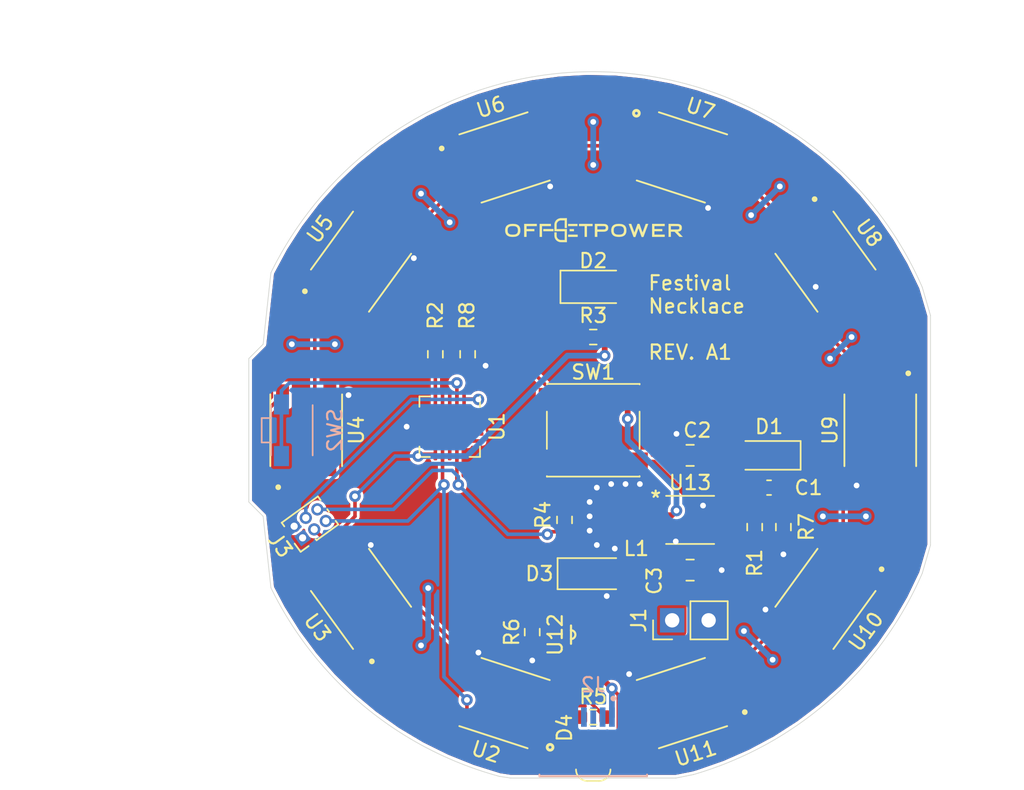
<source format=kicad_pcb>
(kicad_pcb (version 20211014) (generator pcbnew)
  (layers (0 "F.Cu" signal) (31 "B.Cu" signal) (34 "B.Paste" user) (35 "F.Paste" user) (36 "B.SilkS" user "B.Silkscreen") (37 "F.SilkS" user "F.Silkscreen") (38 "B.Mask" user) (39 "F.Mask" user) (44 "Edge.Cuts" user))
  (net 0 "")
  (net 1 "VCC")
  (net 2 "GND")
  (net 3 "~{RESET}")
  (net 4 "IR_RX-CLK")
  (net 5 "PWR_EN")
  (net 6 "Net-(U1-Pad3)")
  (net 7 "BTTN")
  (net 8 "LED_DO-MISO")
  (net 9 "IR_TX-MOSI")
  (net 10 "Net-(U2-Pad2)")
  (net 11 "Net-(U3-Pad2)")
  (net 12 "Net-(U4-Pad2)")
  (net 13 "Net-(U5-Pad2)")
  (net 14 "Net-(U1-Pad20)")
  (net 15 "Net-(U1-Pad19)")
  (net 16 "Net-(U1-Pad18)")
  (net 17 "Net-(U1-Pad17)")
  (net 18 "Net-(U1-Pad16)")
  (net 19 "Net-(U1-Pad13)")
  (net 20 "Net-(U1-Pad10)")
  (net 21 "Net-(U1-Pad9)")
  (net 22 "Net-(U1-Pad7)")
  (net 23 "Net-(U1-Pad6)")
  (net 24 "Net-(U1-Pad4)")
  (net 25 "Net-(D2-Pad1)")
  (net 26 "VBAT")
  (net 27 "Net-(R5-Pad2)")
  (net 28 "Net-(R6-Pad2)")
  (net 29 "Net-(D4-Pad2)")
  (net 30 "Net-(D4-Pad1)")
  (net 31 "Net-(J2-Pad3)")
  (net 32 "Net-(J2-Pad2)")
  (net 33 "Net-(J2-Pad4)")
  (net 34 "LED_DO5")
  (net 35 "Net-(U7-Pad2)")
  (net 36 "Net-(U8-Pad2)")
  (net 37 "Net-(U10-Pad4)")
  (net 38 "Net-(U10-Pad2)")
  (net 39 "Net-(U11-Pad2)")
  (net 40 "Net-(C1-Pad1)")
  (net 41 "Net-(C1-Pad2)")
  (net 42 "EN")
  (net 43 "Net-(L1-Pad2)")
  (net 44 "Net-(U13-Pad6)")
  (footprint "LED_SMD:LED_1206_3216Metric" (layer "F.Cu") (at 100 90)
    (fp_text reference "D2" (at 0 -1.82) (layer "F.SilkS"))
    (fp_text value "LED")
    (pad "1" smd roundrect locked (at -1.4 0) (size 1.25 1.75) (layers "F.Cu" "F.Paste" "F.Mask") (roundrect_rratio 0.2) (net 25 "Net-(D2-Pad1)"))
    (pad "2" smd roundrect locked (at 1.4 0) (size 1.25 1.75) (layers "F.Cu" "F.Paste" "F.Mask") (roundrect_rratio 0.2) (net 1 "VCC"))
  )
  (footprint "LED_SMD:LED_1206_3216Metric_Castellated" (layer "F.Cu") (at 100 110)
    (fp_text reference "D3" (at -3.75 0) (layer "F.SilkS"))
    (fp_text value "D_Photo")
    (pad "1" smd roundrect locked (at -1.425 0) (size 1.6 1.65) (layers "F.Cu" "F.Paste" "F.Mask") (roundrect_rratio 0.15625) (net 1 "VCC"))
    (pad "2" smd roundrect locked (at 1.425 0) (size 1.6 1.65) (layers "F.Cu" "F.Paste" "F.Mask") (roundrect_rratio 0.15625) (net 4 "IR_RX-CLK"))
  )
  (footprint "FestivalNecklace:APA3010SECK" (layer "F.Cu") (at 100 122.75)
    (fp_text reference "D4" (at -2 -2 270) (layer "F.SilkS"))
    (fp_text value "LED")
    (pad "" smd rect locked (at 0 -0.65) (size 0.9 0.9) (layers "F.Cu" "F.Paste" "F.Mask"))
    (pad "1" smd rect locked (at -1.75 0) (size 1.5 1.5) (layers "F.Cu" "F.Paste" "F.Mask") (net 30 "Net-(D4-Pad1)"))
    (pad "2" smd rect locked (at 1.75 0) (size 1.5 1.5) (layers "F.Cu" "F.Paste" "F.Mask") (net 29 "Net-(D4-Pad2)"))
  )
  (footprint "Connector_PinHeader_1.00mm:PinHeader_2x03_P1.00mm_Vertical" (layer "F.Cu") (at 79.75 107.5 126)
    (fp_text reference "J3" (at 0.5 -1.56 126) (layer "F.SilkS"))
    (fp_text value "Conn_02x03_Odd_Even")
    (pad "1" thru_hole rect locked (at 0 0 126) (size 0.85 0.85) (drill 0.5) (layers *.Cu *.Mask) (net 1 "VCC"))
    (pad "2" thru_hole oval locked (at 1 0 126) (size 0.85 0.85) (drill 0.5) (layers *.Cu *.Mask) (net 2 "GND"))
    (pad "3" thru_hole oval locked (at 0 1 126) (size 0.85 0.85) (drill 0.5) (layers *.Cu *.Mask) (net 9 "IR_TX-MOSI"))
    (pad "4" thru_hole oval locked (at 1 1 126) (size 0.85 0.85) (drill 0.5) (layers *.Cu *.Mask) (net 3 "~{RESET}"))
    (pad "5" thru_hole oval locked (at 0 2 126) (size 0.85 0.85) (drill 0.5) (layers *.Cu *.Mask) (net 8 "LED_DO-MISO"))
    (pad "6" thru_hole oval locked (at 1 2 126) (size 0.85 0.85) (drill 0.5) (layers *.Cu *.Mask) (net 4 "IR_RX-CLK"))
  )
  (footprint "Resistor_SMD:R_0603_1608Metric" (layer "F.Cu") (at 100 93.5 180)
    (fp_text reference "R3" (at 0 1.5) (layer "F.SilkS"))
    (fp_text value "50")
    (pad "1" smd roundrect locked (at -0.825 0 180) (size 0.8 0.95) (layers "F.Cu" "F.Paste" "F.Mask") (net 9 "IR_TX-MOSI"))
    (pad "2" smd roundrect locked (at 0.825 0 180) (size 0.8 0.95) (layers "F.Cu" "F.Paste" "F.Mask") (net 25 "Net-(D2-Pad1)"))
  )
  (footprint "Resistor_SMD:R_0603_1608Metric" (layer "F.Cu") (at 98 106.25 -90)
    (fp_text reference "R4" (at -0.35 1.5 90) (layer "F.SilkS"))
    (fp_text value "470k")
    (pad "1" smd roundrect locked (at -0.825 0 270) (size 0.8 0.95) (layers "F.Cu" "F.Paste" "F.Mask") (net 2 "GND"))
    (pad "2" smd roundrect locked (at 0.825 0 270) (size 0.8 0.95) (layers "F.Cu" "F.Paste" "F.Mask") (net 4 "IR_RX-CLK"))
  )
  (footprint "Resistor_SMD:R_0603_1608Metric" (layer "F.Cu") (at 95.75 114.075 90)
    (fp_text reference "R6" (at 0 -1.43 90) (layer "F.SilkS"))
    (fp_text value "4.7k")
    (pad "1" smd roundrect locked (at -0.825 0 90) (size 0.8 0.95) (layers "F.Cu" "F.Paste" "F.Mask") (net 2 "GND"))
    (pad "2" smd roundrect locked (at 0.825 0 90) (size 0.8 0.95) (layers "F.Cu" "F.Paste" "F.Mask") (net 28 "Net-(R6-Pad2)"))
  )
  (footprint "FestivalNecklace:TL3301NF260QG" (layer "F.Cu") (at 100 100)
    (fp_text reference "SW1" (at 0 -4.05) (layer "F.SilkS"))
    (fp_text value "SW_Push_Dual")
    (pad "1" smd rect locked (at 2.4075 -2.25) (size 2.785 1.4) (layers "F.Cu" "F.Paste" "F.Mask") (net 42 "EN"))
    (pad "1" smd rect locked (at -2.4075 -2.25) (size 2.785 1.4) (layers "F.Cu" "F.Paste" "F.Mask") (net 42 "EN"))
    (pad "2" smd rect locked (at -2.4075 2.25) (size 2.785 1.4) (layers "F.Cu" "F.Paste" "F.Mask") (net 26 "VBAT"))
    (pad "2" smd rect locked (at 2.4075 2.25) (size 2.785 1.4) (layers "F.Cu" "F.Paste" "F.Mask") (net 26 "VBAT"))
  )
  (footprint "Package_DFN_QFN:QFN-20-1EP_4x4mm_P0.5mm_EP2.6x2.6mm" (layer "F.Cu") (at 90 99.75 -90)
    (fp_text reference "U1" (at 0 -3.3 90) (layer "F.SilkS"))
    (fp_text value "ATtiny45V-10MU")
    (pad "1" smd roundrect locked (at -1.925 -1 270) (size 0.85 0.25) (layers "F.Cu" "F.Paste" "F.Mask") (net 3 "~{RESET}"))
    (pad "2" smd roundrect locked (at -1.925 -0.5 270) (size 0.85 0.25) (layers "F.Cu" "F.Paste" "F.Mask") (net 7 "BTTN"))
    (pad "3" smd roundrect locked (at -1.925 0 270) (size 0.85 0.25) (layers "F.Cu" "F.Paste" "F.Mask") (net 6 "Net-(U1-Pad3)"))
    (pad "4" smd roundrect locked (at -1.925 0.5 270) (size 0.85 0.25) (layers "F.Cu" "F.Paste" "F.Mask") (net 24 "Net-(U1-Pad4)"))
    (pad "5" smd roundrect locked (at -1.925 1 270) (size 0.85 0.25) (layers "F.Cu" "F.Paste" "F.Mask") (net 5 "PWR_EN"))
    (pad "6" smd roundrect locked (at -1 1.925 270) (size 0.25 0.85) (layers "F.Cu" "F.Paste" "F.Mask") (net 23 "Net-(U1-Pad6)"))
    (pad "7" smd roundrect locked (at -0.5 1.925 270) (size 0.25 0.85) (layers "F.Cu" "F.Paste" "F.Mask") (net 22 "Net-(U1-Pad7)"))
    (pad "8" smd roundrect locked (at 0 1.925 270) (size 0.25 0.85) (layers "F.Cu" "F.Paste" "F.Mask") (net 2 "GND"))
    (pad "9" smd roundrect locked (at 0.5 1.925 270) (size 0.25 0.85) (layers "F.Cu" "F.Paste" "F.Mask") (net 21 "Net-(U1-Pad9)"))
    (pad "10" smd roundrect locked (at 1 1.925 270) (size 0.25 0.85) (layers "F.Cu" "F.Paste" "F.Mask") (net 20 "Net-(U1-Pad10)"))
    (pad "11" smd roundrect locked (at 1.925 1 270) (size 0.85 0.25) (layers "F.Cu" "F.Paste" "F.Mask") (net 9 "IR_TX-MOSI"))
    (pad "12" smd roundrect locked (at 1.925 0.5 270) (size 0.85 0.25) (layers "F.Cu" "F.Paste" "F.Mask") (net 8 "LED_DO-MISO"))
    (pad "13" smd roundrect locked (at 1.925 0 270) (size 0.85 0.25) (layers "F.Cu" "F.Paste" "F.Mask") (net 19 "Net-(U1-Pad13)"))
    (pad "14" smd roundrect locked (at 1.925 -0.5 270) (size 0.85 0.25) (layers "F.Cu" "F.Paste" "F.Mask") (net 4 "IR_RX-CLK"))
    (pad "15" smd roundrect locked (at 1.925 -1 270) (size 0.85 0.25) (layers "F.Cu" "F.Paste" "F.Mask") (net 1 "VCC"))
    (pad "16" smd roundrect locked (at 1 -1.925 270) (size 0.25 0.85) (layers "F.Cu" "F.Paste" "F.Mask") (net 18 "Net-(U1-Pad16)"))
    (pad "17" smd roundrect locked (at 0.5 -1.925 270) (size 0.25 0.85) (layers "F.Cu" "F.Paste" "F.Mask") (net 17 "Net-(U1-Pad17)"))
    (pad "18" smd roundrect locked (at 0 -1.925 270) (size 0.25 0.85) (layers "F.Cu" "F.Paste" "F.Mask") (net 16 "Net-(U1-Pad18)"))
    (pad "19" smd roundrect locked (at -0.5 -1.925 270) (size 0.25 0.85) (layers "F.Cu" "F.Paste" "F.Mask") (net 15 "Net-(U1-Pad19)"))
    (pad "20" smd roundrect locked (at -1 -1.925 270) (size 0.25 0.85) (layers "F.Cu" "F.Paste" "F.Mask") (net 14 "Net-(U1-Pad20)"))
    (pad "21" smd rect locked (at 0 0 270) (size 2.6 2.6) (layers "F.Cu" "F.Mask") (net 2 "GND"))
  )
  (footprint "FestivalNecklace:LED_WS2812B-B" (layer "F.Cu") (at 93.8197 119.0211 162)
    (fp_text reference "U2" (at 0.175 -3.635 162) (layer "F.SilkS"))
    (fp_text value "WS2812B-B")
    (pad "1" smd rect locked (at -2.45 -1.65 162) (size 1.5 0.9) (layers "F.Cu" "F.Paste" "F.Mask") (net 1 "VCC"))
    (pad "2" smd rect locked (at -2.45 1.65 162) (size 1.5 0.9) (layers "F.Cu" "F.Paste" "F.Mask") (net 10 "Net-(U2-Pad2)"))
    (pad "3" smd rect locked (at 2.45 1.65 162) (size 1.5 0.9) (layers "F.Cu" "F.Paste" "F.Mask") (net 2 "GND"))
    (pad "4" smd rect locked (at 2.45 -1.65 162) (size 1.5 0.9) (layers "F.Cu" "F.Paste" "F.Mask") (net 8 "LED_DO-MISO"))
  )
  (footprint "FestivalNecklace:LED_WS2812B-B" (layer "F.Cu") (at 83.8197 111.7557 126)
    (fp_text reference "U3" (at 0.175 -3.635 126) (layer "F.SilkS"))
    (fp_text value "WS2812B-B")
    (pad "1" smd rect locked (at -2.45 -1.65 126) (size 1.5 0.9) (layers "F.Cu" "F.Paste" "F.Mask") (net 1 "VCC"))
    (pad "2" smd rect locked (at -2.45 1.65 126) (size 1.5 0.9) (layers "F.Cu" "F.Paste" "F.Mask") (net 11 "Net-(U3-Pad2)"))
    (pad "3" smd rect locked (at 2.45 1.65 126) (size 1.5 0.9) (layers "F.Cu" "F.Paste" "F.Mask") (net 2 "GND"))
    (pad "4" smd rect locked (at 2.45 -1.65 126) (size 1.5 0.9) (layers "F.Cu" "F.Paste" "F.Mask") (net 10 "Net-(U2-Pad2)"))
  )
  (footprint "FestivalNecklace:LED_WS2812B-B" (layer "F.Cu") (at 80 100 90)
    (fp_text reference "U4" (at 0 3.5 90) (layer "F.SilkS"))
    (fp_text value "WS2812B-B")
    (pad "1" smd rect locked (at -2.45 -1.65 90) (size 1.5 0.9) (layers "F.Cu" "F.Paste" "F.Mask") (net 1 "VCC"))
    (pad "2" smd rect locked (at -2.45 1.65 90) (size 1.5 0.9) (layers "F.Cu" "F.Paste" "F.Mask") (net 12 "Net-(U4-Pad2)"))
    (pad "3" smd rect locked (at 2.45 1.65 90) (size 1.5 0.9) (layers "F.Cu" "F.Paste" "F.Mask") (net 2 "GND"))
    (pad "4" smd rect locked (at 2.45 -1.65 90) (size 1.5 0.9) (layers "F.Cu" "F.Paste" "F.Mask") (net 11 "Net-(U3-Pad2)"))
  )
  (footprint "FestivalNecklace:LED_WS2812B-B" (layer "F.Cu") (at 83.8197 88.2443 54)
    (fp_text reference "U5" (at 0.175 -3.635 54) (layer "F.SilkS"))
    (fp_text value "WS2812B-B")
    (pad "1" smd rect locked (at -2.45 -1.65 54) (size 1.5 0.9) (layers "F.Cu" "F.Paste" "F.Mask") (net 1 "VCC"))
    (pad "2" smd rect locked (at -2.45 1.65 54) (size 1.5 0.9) (layers "F.Cu" "F.Paste" "F.Mask") (net 13 "Net-(U5-Pad2)"))
    (pad "3" smd rect locked (at 2.45 1.65 54) (size 1.5 0.9) (layers "F.Cu" "F.Paste" "F.Mask") (net 2 "GND"))
    (pad "4" smd rect locked (at 2.45 -1.65 54) (size 1.5 0.9) (layers "F.Cu" "F.Paste" "F.Mask") (net 12 "Net-(U4-Pad2)"))
  )
  (footprint "FestivalNecklace:LED_WS2812B-B" (layer "F.Cu") (at 93.8197 80.9789 18)
    (fp_text reference "U6" (at 0.175 -3.635 18) (layer "F.SilkS"))
    (fp_text value "WS2812B-B")
    (pad "1" smd rect locked (at -2.45 -1.65 18) (size 1.5 0.9) (layers "F.Cu" "F.Paste" "F.Mask") (net 1 "VCC"))
    (pad "2" smd rect locked (at -2.45 1.65 18) (size 1.5 0.9) (layers "F.Cu" "F.Paste" "F.Mask") (net 34 "LED_DO5"))
    (pad "3" smd rect locked (at 2.45 1.65 18) (size 1.5 0.9) (layers "F.Cu" "F.Paste" "F.Mask") (net 2 "GND"))
    (pad "4" smd rect locked (at 2.45 -1.65 18) (size 1.5 0.9) (layers "F.Cu" "F.Paste" "F.Mask") (net 13 "Net-(U5-Pad2)"))
  )
  (footprint "FestivalNecklace:LED_WS2812B-B" (layer "F.Cu") (at 106.1803 80.9789 -18)
    (fp_text reference "U7" (at 0.175 -3.635 162) (layer "F.SilkS"))
    (fp_text value "WS2812B-B")
    (pad "1" smd rect locked (at -2.45 -1.65 342) (size 1.5 0.9) (layers "F.Cu" "F.Paste" "F.Mask") (net 1 "VCC"))
    (pad "2" smd rect locked (at -2.45 1.65 342) (size 1.5 0.9) (layers "F.Cu" "F.Paste" "F.Mask") (net 35 "Net-(U7-Pad2)"))
    (pad "3" smd rect locked (at 2.45 1.65 342) (size 1.5 0.9) (layers "F.Cu" "F.Paste" "F.Mask") (net 2 "GND"))
    (pad "4" smd rect locked (at 2.45 -1.65 342) (size 1.5 0.9) (layers "F.Cu" "F.Paste" "F.Mask") (net 34 "LED_DO5"))
  )
  (footprint "FestivalNecklace:LED_WS2812B-B" (layer "F.Cu") (at 116.1803 88.2443 -54)
    (fp_text reference "U8" (at 0.175 -3.635 126) (layer "F.SilkS"))
    (fp_text value "WS2812B-B")
    (pad "1" smd rect locked (at -2.45 -1.65 306) (size 1.5 0.9) (layers "F.Cu" "F.Paste" "F.Mask") (net 1 "VCC"))
    (pad "2" smd rect locked (at -2.45 1.65 306) (size 1.5 0.9) (layers "F.Cu" "F.Paste" "F.Mask") (net 36 "Net-(U8-Pad2)"))
    (pad "3" smd rect locked (at 2.45 1.65 306) (size 1.5 0.9) (layers "F.Cu" "F.Paste" "F.Mask") (net 2 "GND"))
    (pad "4" smd rect locked (at 2.45 -1.65 306) (size 1.5 0.9) (layers "F.Cu" "F.Paste" "F.Mask") (net 35 "Net-(U7-Pad2)"))
  )
  (footprint "FestivalNecklace:LED_WS2812B-B" (layer "F.Cu") (at 120 100 -90)
    (fp_text reference "U9" (at 0 3.5 90) (layer "F.SilkS"))
    (fp_text value "WS2812B-B")
    (pad "1" smd rect locked (at -2.45 -1.65 270) (size 1.5 0.9) (layers "F.Cu" "F.Paste" "F.Mask") (net 1 "VCC"))
    (pad "2" smd rect locked (at -2.45 1.65 270) (size 1.5 0.9) (layers "F.Cu" "F.Paste" "F.Mask") (net 37 "Net-(U10-Pad4)"))
    (pad "3" smd rect locked (at 2.45 1.65 270) (size 1.5 0.9) (layers "F.Cu" "F.Paste" "F.Mask") (net 2 "GND"))
    (pad "4" smd rect locked (at 2.45 -1.65 270) (size 1.5 0.9) (layers "F.Cu" "F.Paste" "F.Mask") (net 36 "Net-(U8-Pad2)"))
  )
  (footprint "FestivalNecklace:LED_WS2812B-B" (layer "F.Cu") (at 116.1803 111.7557 -126)
    (fp_text reference "U10" (at 0.175 -3.635 54) (layer "F.SilkS"))
    (fp_text value "WS2812B-B")
    (pad "1" smd rect locked (at -2.45 -1.65 234) (size 1.5 0.9) (layers "F.Cu" "F.Paste" "F.Mask") (net 1 "VCC"))
    (pad "2" smd rect locked (at -2.45 1.65 234) (size 1.5 0.9) (layers "F.Cu" "F.Paste" "F.Mask") (net 38 "Net-(U10-Pad2)"))
    (pad "3" smd rect locked (at 2.45 1.65 234) (size 1.5 0.9) (layers "F.Cu" "F.Paste" "F.Mask") (net 2 "GND"))
    (pad "4" smd rect locked (at 2.45 -1.65 234) (size 1.5 0.9) (layers "F.Cu" "F.Paste" "F.Mask") (net 37 "Net-(U10-Pad4)"))
  )
  (footprint "FestivalNecklace:LED_WS2812B-B" (layer "F.Cu") (at 106.1803 119.0211 -162)
    (fp_text reference "U11" (at 0.175 -3.635 18) (layer "F.SilkS"))
    (fp_text value "WS2812B-B")
    (pad "1" smd rect locked (at -2.45 -1.65 198) (size 1.5 0.9) (layers "F.Cu" "F.Paste" "F.Mask") (net 1 "VCC"))
    (pad "2" smd rect locked (at -2.45 1.65 198) (size 1.5 0.9) (layers "F.Cu" "F.Paste" "F.Mask") (net 39 "Net-(U11-Pad2)"))
    (pad "3" smd rect locked (at 2.45 1.65 198) (size 1.5 0.9) (layers "F.Cu" "F.Paste" "F.Mask") (net 2 "GND"))
    (pad "4" smd rect locked (at 2.45 -1.65 198) (size 1.5 0.9) (layers "F.Cu" "F.Paste" "F.Mask") (net 38 "Net-(U10-Pad2)"))
  )
  (footprint "FestivalNecklace:SOT95P270X145-5N" (layer "F.Cu") (at 100 114.25 90)
    (fp_text reference "U12" (at 0 -2.65 90) (layer "F.SilkS"))
    (fp_text value "MCP73832T-2ACI_OT")
    (pad "1" smd rect locked (at -1.3716 -0.9398 90) (size 1.3208 0.5588) (layers "F.Cu" "F.Paste" "F.Mask") (net 27 "Net-(R5-Pad2)"))
    (pad "2" smd rect locked (at -1.3716 0 90) (size 1.3208 0.5588) (layers "F.Cu" "F.Paste" "F.Mask") (net 29 "Net-(D4-Pad2)"))
    (pad "3" smd rect locked (at -1.3716 0.9398 90) (size 1.3208 0.5588) (layers "F.Cu" "F.Paste" "F.Mask") (net 26 "VBAT"))
    (pad "4" smd rect locked (at 1.3716 0.9398 90) (size 1.3208 0.5588) (layers "F.Cu" "F.Paste" "F.Mask") (net 2 "GND"))
    (pad "5" smd rect locked (at 1.3716 -0.9398 90) (size 1.3208 0.5588) (layers "F.Cu" "F.Paste" "F.Mask") (net 28 "Net-(R6-Pad2)"))
  )
  (footprint "Connector_PinHeader_2.54mm:PinHeader_1x02_P2.54mm_Vertical" (layer "F.Cu") (at 105.5 113.25 90)
    (fp_text reference "J1" (at 0 -2.33 90) (layer "F.SilkS"))
    (fp_text value "Conn_01x02")
    (pad "1" thru_hole rect locked (at 0 0 90) (size 1.7 1.7) (drill 1) (layers *.Cu *.Mask) (net 26 "VBAT"))
    (pad "2" thru_hole oval locked (at 0 2.54 90) (size 1.7 1.7) (drill 1) (layers *.Cu *.Mask) (net 2 "GND"))
  )
  (footprint "Resistor_SMD:R_0603_1608Metric" (layer "F.Cu") (at 111.25 106.75 90)
    (fp_text reference "R1" (at -2.5 0 90) (layer "F.SilkS"))
    (fp_text value "750k")
    (pad "1" smd roundrect locked (at -0.825 0 90) (size 0.8 0.95) (layers "F.Cu" "F.Paste" "F.Mask") (net 41 "Net-(C1-Pad2)"))
    (pad "2" smd roundrect locked (at 0.825 0 90) (size 0.8 0.95) (layers "F.Cu" "F.Paste" "F.Mask") (net 40 "Net-(C1-Pad1)"))
  )
  (footprint "Resistor_SMD:R_0603_1608Metric" (layer "F.Cu") (at 89 94.7 90)
    (fp_text reference "R2" (at 2.7 0 90) (layer "F.SilkS"))
    (fp_text value "1.5k")
    (pad "1" smd roundrect locked (at -0.825 0 90) (size 0.8 0.95) (layers "F.Cu" "F.Paste" "F.Mask") (net 5 "PWR_EN"))
    (pad "2" smd roundrect locked (at 0.825 0 90) (size 0.8 0.95) (layers "F.Cu" "F.Paste" "F.Mask") (net 42 "EN"))
  )
  (footprint "Resistor_SMD:R_0603_1608Metric" (layer "F.Cu") (at 113.25 106.75 90)
    (fp_text reference "R7" (at 0 1.6 90) (layer "F.SilkS"))
    (fp_text value "100k")
    (pad "1" smd roundrect locked (at -0.825 0 90) (size 0.8 0.95) (layers "F.Cu" "F.Paste" "F.Mask") (net 2 "GND"))
    (pad "2" smd roundrect locked (at 0.825 0 90) (size 0.8 0.95) (layers "F.Cu" "F.Paste" "F.Mask") (net 41 "Net-(C1-Pad2)"))
  )
  (footprint "Resistor_SMD:R_0603_1608Metric" (layer "F.Cu") (at 91.25 94.7 90)
    (fp_text reference "R8" (at 2.7 -0.05 90) (layer "F.SilkS"))
    (fp_text value "100k")
    (pad "1" smd roundrect locked (at -0.825 0 90) (size 0.8 0.95) (layers "F.Cu" "F.Paste" "F.Mask") (net 2 "GND"))
    (pad "2" smd roundrect locked (at 0.825 0 90) (size 0.8 0.95) (layers "F.Cu" "F.Paste" "F.Mask") (net 42 "EN"))
  )
  (footprint "FestivalNecklace:PAM2401SCADJ" (layer "F.Cu") (at 106.75 106.25)
    (fp_text reference "U13" (at 0 -2.6) (layer "F.SilkS"))
    (fp_text value "PAM2401SCADJ" hide)
    (fp_text user "*" (at -2.4 -1.5) (layer "F.SilkS"))
    (pad "1" smd rect locked (at -2.1209 -0.97536) (size 1.0414 0.381) (layers "F.Cu" "F.Paste" "F.Mask") (net 43 "Net-(L1-Pad2)"))
    (pad "2" smd rect locked (at -2.1209 -0.32512) (size 1.0414 0.381) (layers "F.Cu" "F.Paste" "F.Mask") (net 42 "EN"))
    (pad "3" smd rect locked (at -2.1209 0.32512) (size 1.0414 0.381) (layers "F.Cu" "F.Paste" "F.Mask") (net 26 "VBAT"))
    (pad "4" smd rect locked (at -2.1209 0.97536) (size 1.0414 0.381) (layers "F.Cu" "F.Paste" "F.Mask") (net 2 "GND"))
    (pad "5" smd rect locked (at 2.1209 0.97536) (size 1.0414 0.381) (layers "F.Cu" "F.Paste" "F.Mask") (net 41 "Net-(C1-Pad2)"))
    (pad "6" smd rect locked (at 2.1209 0.32512) (size 1.0414 0.381) (layers "F.Cu" "F.Paste" "F.Mask") (net 44 "Net-(U13-Pad6)"))
    (pad "7" smd rect locked (at 2.1209 -0.32512) (size 1.0414 0.381) (layers "F.Cu" "F.Paste" "F.Mask") (net 40 "Net-(C1-Pad1)"))
    (pad "8" smd rect locked (at 2.1209 -0.97536) (size 1.0414 0.381) (layers "F.Cu" "F.Paste" "F.Mask") (net 2 "GND"))
  )
  (footprint "Capacitor_SMD:C_0603_1608Metric" (layer "F.Cu") (at 112.25 104)
    (fp_text reference "C1" (at 2.75 0) (layer "F.SilkS"))
    (fp_text value "1n")
    (pad "1" smd roundrect locked (at -0.775 0) (size 0.9 0.95) (layers "F.Cu" "F.Paste" "F.Mask") (net 40 "Net-(C1-Pad1)"))
    (pad "2" smd roundrect locked (at 0.775 0) (size 0.9 0.95) (layers "F.Cu" "F.Paste" "F.Mask") (net 41 "Net-(C1-Pad2)"))
  )
  (footprint "Capacitor_SMD:C_0805_2012Metric" (layer "F.Cu") (at 106.75 101.75 180)
    (fp_text reference "C2" (at -0.5 1.75) (layer "F.SilkS"))
    (fp_text value "22uF")
    (pad "1" smd roundrect locked (at -0.95 0 180) (size 1 1.45) (layers "F.Cu" "F.Paste" "F.Mask") (net 40 "Net-(C1-Pad1)"))
    (pad "2" smd roundrect locked (at 0.95 0 180) (size 1 1.45) (layers "F.Cu" "F.Paste" "F.Mask") (net 2 "GND"))
  )
  (footprint "Capacitor_SMD:C_0805_2012Metric" (layer "F.Cu") (at 106.75 109.75)
    (fp_text reference "C3" (at -2.5 0.75 90) (layer "F.SilkS"))
    (fp_text value "10uF")
    (pad "1" smd roundrect locked (at -0.95 0) (size 1 1.45) (layers "F.Cu" "F.Paste" "F.Mask") (net 26 "VBAT"))
    (pad "2" smd roundrect locked (at 0.95 0) (size 1 1.45) (layers "F.Cu" "F.Paste" "F.Mask") (net 2 "GND"))
  )
  (footprint "Diode_SMD:D_SOD-123F" (layer "F.Cu") (at 112.25 101.75 180)
    (fp_text reference "D1" (at 0 2) (layer "F.SilkS"))
    (fp_text value "D_Schottky")
    (pad "1" smd rect locked (at -1.4 0 180) (size 1.1 1.1) (layers "F.Cu" "F.Paste" "F.Mask") (net 1 "VCC"))
    (pad "2" smd rect locked (at 1.4 0 180) (size 1.1 1.1) (layers "F.Cu" "F.Paste" "F.Mask") (net 40 "Net-(C1-Pad1)"))
  )
  (footprint "Resistor_SMD:R_0603_1608Metric" (layer "F.Cu") (at 100 120)
    (fp_text reference "R5" (at 0 -1.43) (layer "F.SilkS"))
    (fp_text value "1.5k")
    (pad "1" smd roundrect locked (at -0.825 0) (size 0.8 0.95) (layers "F.Cu" "F.Paste" "F.Mask") (net 30 "Net-(D4-Pad1)"))
    (pad "2" smd roundrect locked (at 0.825 0) (size 0.8 0.95) (layers "F.Cu" "F.Paste" "F.Mask") (net 27 "Net-(R5-Pad2)"))
  )
  (footprint "FestivalNecklace:NRS2012T2R2MGJ" (layer "F.Cu") (at 102 106.25 90)
    (fp_text reference "L1" (at -2 1 180) (layer "F.SilkS"))
    (fp_text value "2.2u" hide)
    (pad "1" smd rect locked (at -0.675 0 90) (size 0.6604 2.0066) (layers "F.Cu" "F.Paste" "F.Mask") (net 26 "VBAT"))
    (pad "2" smd rect locked (at 0.675 0 90) (size 0.6604 2.0066) (layers "F.Cu" "F.Paste" "F.Mask") (net 43 "Net-(L1-Pad2)"))
  )
  (footprint "FestivalNecklace:Offset_Logo_13.8_4.2mm" (layer "F.Cu") (at 100.05 86.05)
    (fp_text reference "G***" hide)
    (fp_text value "LOGO" hide)
  )
  (footprint "FestivalNecklace:AMPHENOL_10118192-0002LF" (layer "B.Cu") (at 100 120 180)
    (fp_text reference "J2" (at 0 2.25) (layer "B.SilkS") (effects (justify mirror)))
    (fp_text value "10118192-0002LF")
    (pad "1" smd rect locked (at -1.3 0 180) (size 0.4 1.35) (layers "B.Cu" "B.Paste" "B.Mask") (net 29 "Net-(D4-Pad2)"))
    (pad "2" smd rect locked (at -0.65 0 180) (size 0.4 1.35) (layers "B.Cu" "B.Paste" "B.Mask") (net 32 "Net-(J2-Pad2)"))
    (pad "3" smd rect locked (at 0 0 180) (size 0.4 1.35) (layers "B.Cu" "B.Paste" "B.Mask") (net 31 "Net-(J2-Pad3)"))
    (pad "4" smd rect locked (at 0.65 0 180) (size 0.4 1.35) (layers "B.Cu" "B.Paste" "B.Mask") (net 33 "Net-(J2-Pad4)"))
    (pad "5" smd rect locked (at 1.3 0 180) (size 0.4 1.35) (layers "B.Cu" "B.Paste" "B.Mask") (net 2 "GND"))
    (pad "S1" smd rect locked (at -3.1 -0.125 180) (size 2.1 1.6) (layers "B.Cu" "B.Paste" "B.Mask") (net 2 "GND"))
    (pad "S2" smd rect locked (at 3.1 -0.125 180) (size 2.1 1.6) (layers "B.Cu" "B.Paste" "B.Mask") (net 2 "GND"))
    (pad "S3" smd rect locked (at -3.8 -2.675 180) (size 1.8 1.9) (layers "B.Cu" "B.Paste" "B.Mask") (net 2 "GND"))
    (pad "S4" smd rect locked (at -1.2 -2.675 180) (size 1.9 1.9) (layers "B.Cu" "B.Paste" "B.Mask") (net 2 "GND"))
    (pad "S5" smd rect locked (at 1.2 -2.675 180) (size 1.9 1.9) (layers "B.Cu" "B.Paste" "B.Mask") (net 2 "GND"))
    (pad "S6" smd rect locked (at 3.8 -2.675 180) (size 1.8 1.9) (layers "B.Cu" "B.Paste" "B.Mask") (net 2 "GND"))
  )
  (footprint "FestivalNecklace:EVQ-P7C01P" (layer "B.Cu") (at 79 100 90)
    (fp_text reference "SW2" (at 0 3 90) (layer "B.SilkS") (effects (justify mirror)))
    (fp_text value "SW_Push_Dual" hide)
    (pad "1" smd rect locked (at -1.8 0.725 90) (size 1.4 1.05) (layers "B.Cu" "B.Paste" "B.Mask") (net 2 "GND"))
    (pad "1" smd rect locked (at 1.8 0.725 90) (size 1.4 1.05) (layers "B.Cu" "B.Paste" "B.Mask") (net 2 "GND"))
    (pad "2" smd rect locked (at -1.8 -0.725 90) (size 1.4 1.05) (layers "B.Cu" "B.Paste" "B.Mask") (net 7 "BTTN"))
    (pad "2" smd rect locked (at 1.8 -0.725 90) (size 1.4 1.05) (layers "B.Cu" "B.Paste" "B.Mask") (net 7 "BTTN"))
  )
  (gr_line (start 77.540392 89.019747) (end 77 94) (layer "Edge.Cuts") (width 0.05))
  (gr_line (start 77.540392 110.980253) (end 77 106) (layer "Edge.Cuts") (width 0.05))
  (gr_arc (start 93.464613 124.130658) (mid 84.081121 119.27665) (end 77.540392 110.980253) (layer "Edge.Cuts") (width 0.05))
  (gr_line (start 105.75 124.25) (end 107 124) (layer "Edge.Cuts") (width 0.05))
  (gr_line (start 122.926751 109.968153) (end 123.5 108) (layer "Edge.Cuts") (width 0.05))
  (gr_line (start 122.926751 90.031847) (end 123.5 92) (layer "Edge.Cuts") (width 0.05))
  (gr_line (start 93.464613 124.130658) (end 94.25 124.25) (layer "Edge.Cuts") (width 0.05))
  (gr_line (start 76 95) (end 77 94) (layer "Edge.Cuts") (width 0.05))
  (gr_line (start 76 105) (end 77 106) (layer "Edge.Cuts") (width 0.05))
  (gr_arc (start 122.926751 109.968153) (mid 116.526518 118.75831) (end 107 124) (layer "Edge.Cuts") (width 0.05))
  (gr_line (start 105.75 124.25) (end 94.25 124.25) (layer "Edge.Cuts") (width 0.05))
  (gr_arc (start 77.540392 89.019744) (mid 100.557354 75.006213) (end 122.926751 90.031847) (layer "Edge.Cuts") (width 0.05))
  (gr_line (start 123.5 108) (end 123.5 92) (layer "Edge.Cuts") (width 0.05))
  (gr_line (start 76 105) (end 76 95) (layer "Edge.Cuts") (width 0.05))
  (gr_text "Festival \nNecklace\n\nREV. A1" (at 103.75 92.15) (layer "F.SilkS") (effects (font (size 1 1)) (justify left)))
  (via (at 100 78.5) (size 0.8) (drill 0.4) (layers "F.Cu" "B.Cu") (net 1))
  (via (at 116.5 95) (size 0.8) (drill 0.4) (layers "F.Cu" "B.Cu") (net 1))
  (via (at 113 83) (size 0.8) (drill 0.4) (layers "F.Cu" "B.Cu") (net 1))
  (via (at 110.5 114) (size 0.8) (drill 0.4) (layers "F.Cu" "B.Cu") (net 1))
  (via (at 88.5 111) (size 0.8) (drill 0.4) (layers "F.Cu" "B.Cu") (net 1))
  (via (at 116 106) (size 0.8) (drill 0.4) (layers "F.Cu" "B.Cu") (net 1))
  (via (at 111 85) (size 0.8) (drill 0.4) (layers "F.Cu" "B.Cu") (net 1))
  (via (at 90 85.5) (size 0.8) (drill 0.4) (layers "F.Cu" "B.Cu") (net 1))
  (via (at 118 93.5) (size 0.8) (drill 0.4) (layers "F.Cu" "B.Cu") (net 1))
  (via (at 79 94) (size 0.8) (drill 0.4) (layers "F.Cu" "B.Cu") (net 1))
  (via (at 88 83.5) (size 0.8) (drill 0.4) (layers "F.Cu" "B.Cu") (net 1))
  (via (at 82 94) (size 0.8) (drill 0.4) (layers "F.Cu" "B.Cu") (net 1))
  (via (at 119 106) (size 0.8) (drill 0.4) (layers "F.Cu" "B.Cu") (net 1))
  (via (at 88 115) (size 0.8) (drill 0.4) (layers "F.Cu" "B.Cu") (net 1))
  (via (at 112.5 116) (size 0.8) (drill 0.4) (layers "F.Cu" "B.Cu") (net 1))
  (via (at 100 81.5) (size 0.8) (drill 0.4) (layers "F.Cu" "B.Cu") (net 1))
  (segment (start 88.5 111) (end 88.5 114.5) (width 0.4) (layer "B.Cu") (net 1))
  (segment (start 88.5 114.5) (end 88 115) (width 0.4) (layer "B.Cu") (net 1))
  (segment (start 116.5 95) (end 118 93.5) (width 0.4) (layer "B.Cu") (net 1))
  (segment (start 82 94) (end 79 94) (width 0.4) (layer "B.Cu") (net 1))
  (segment (start 110.5 114) (end 112.5 116) (width 0.4) (layer "B.Cu") (net 1))
  (segment (start 111 85) (end 113 83) (width 0.4) (layer "B.Cu") (net 1))
  (segment (start 100 81.5) (end 100 78.5) (width 0.4) (layer "B.Cu") (net 1))
  (segment (start 116 106) (end 119 106) (width 0.4) (layer "B.Cu") (net 1))
  (segment (start 90 85.5) (end 88 83.5) (width 0.4) (layer "B.Cu") (net 1))
  (segment (start 88.075 99.75) (end 90 99.75) (width 0.25) (layer "F.Cu") (net 2))
  (segment (start 83.714504 108.785496) (end 84.5 108) (width 0.4) (layer "F.Cu") (net 2))
  (segment (start 91.25 95.525) (end 92.475 95.525) (width 0.4) (layer "F.Cu") (net 2))
  (segment (start 108.00051 84.49949) (end 108 84.5) (width 0.4) (layer "F.Cu") (net 2))
  (segment (start 116.285496 90.785496) (end 115.5 90) (width 0.4) (layer "F.Cu") (net 2))
  (segment (start 96.659667 82.659667) (end 97 83) (width 0.4) (layer "F.Cu") (net 2))
  (segment (start 108.8709 105.27464) (end 107.67464 105.27464) (width 0.4) (layer "F.Cu") (net 2))
  (segment (start 103.340333 118.208948) (end 103.340333 117.840333) (width 0.4) (layer "F.Cu") (net 2))
  (segment (start 92.475 95.525) (end 92.5 95.5) (width 0.4) (layer "F.Cu") (net 2))
  (segment (start 112.267946 112.767946) (end 112 112.5) (width 0.4) (layer "F.Cu") (net 2))
  (segment (start 108.00051 83.305235) (end 108.00051 84.49949) (width 0.4) (layer "F.Cu") (net 2))
  (segment (start 116.285496 91.196237) (end 116.285496 90.785496) (width 0.4) (layer "F.Cu") (net 2))
  (segment (start 91.99949 116.694765) (end 91.99949 115.50051) (width 0.4) (layer "F.Cu") (net 2))
  (segment (start 100.9398 112.8784) (end 100.9398 111.560222) (width 0.4) (layer "F.Cu") (net 2))
  (segment (start 104.6291 107.22536) (end 105.22536 107.22536) (width 0.4) (layer "F.Cu") (net 2))
  (segment (start 107.67464 105.27464) (end 107.65 105.25) (width 0.4) (layer "F.Cu") (net 2))
  (segment (start 95.75 114.9) (end 95.75 116.050006) (width 0.4) (layer "F.Cu") (net 2))
  (segment (start 118.35 102.45) (end 118.35 103.85) (width 0.4) (layer "F.Cu") (net 2))
  (segment (start 86.732054 87.232054) (end 87.5 88) (width 0.4) (layer "F.Cu") (net 2))
  (segment (start 118.35 103.85) (end 118.350004 103.850004) (width 0.4) (layer "F.Cu") (net 2))
  (segment (start 108.949954 109.75) (end 108.949977 109.750023) (width 0.4) (layer "F.Cu") (net 2))
  (segment (start 105.8 100.250006) (end 105.799994 100.25) (width 0.4) (layer "F.Cu") (net 2))
  (segment (start 91.99949 115.50051) (end 92 115.5) (width 0.4) (layer "F.Cu") (net 2))
  (segment (start 105.8 101.75) (end 105.8 100.250006) (width 0.4) (layer "F.Cu") (net 2))
  (segment (start 103.340333 117.840333) (end 102.5 117) (width 0.4) (layer "F.Cu") (net 2))
  (segment (start 105.22536 107.22536) (end 105.75 107.75) (width 0.4) (layer "F.Cu") (net 2))
  (segment (start 100.9398 111.560222) (end 100.93982 111.560202) (width 0.4) (layer "F.Cu") (net 2))
  (segment (start 96.659667 81.791052) (end 96.659667 82.659667) (width 0.4) (layer "F.Cu") (net 2))
  (segment (start 107.7 109.75) (end 108.949954 109.75) (width 0.4) (layer "F.Cu") (net 2))
  (segment (start 86.594652 87.232054) (end 86.732054 87.232054) (width 0.4) (layer "F.Cu") (net 2))
  (segment (start 113.25 107.575) (end 113.25 108.65) (width 0.4) (layer "F.Cu") (net 2))
  (segment (start 83.714504 108.803763) (end 83.714504 108.785496) (width 0.4) (layer "F.Cu") (net 2))
  (segment (start 88.075 99.75) (end 87 99.75) (width 0.25) (layer "F.Cu") (net 2))
  (segment (start 113.405348 112.767946) (end 112.267946 112.767946) (width 0.4) (layer "F.Cu") (net 2))
  (segment (start 81.65 97.55) (end 82.949942 97.55) (width 0.4) (layer "F.Cu") (net 2))
  (via (at 101.5 108.25) (size 0.8) (drill 0.4) (layers "F.Cu" "B.Cu") (net 2))
  (via (at 100.25 108) (size 0.8) (drill 0.4) (layers "F.Cu" "B.Cu") (net 2))
  (via (at 100.25 104) (size 0.8) (drill 0.4) (layers "F.Cu" "B.Cu") (net 2))
  (via (at 105.75 107.75) (size 0.8) (drill 0.4) (layers "F.Cu" "B.Cu") (net 2))
  (via (at 99.75 106) (size 0.8) (drill 0.4) (layers "F.Cu" "B.Cu") (net 2))
  (via (at 113.25 108.65) (size 0.8) (drill 0.4) (layers "F.Cu" "B.Cu") (net 2))
  (via (at 97 83) (size 0.8) (drill 0.4) (layers "F.Cu" "B.Cu") (net 2))
  (via (at 92 115.5) (size 0.8) (drill 0.4) (layers "F.Cu" "B.Cu") (net 2))
  (via (at 95.75 116.050006) (size 0.8) (drill 0.4) (layers "F.Cu" "B.Cu") (net 2))
  (via (at 108.949977 109.750023) (size 0.8) (drill 0.4) (layers "F.Cu" "B.Cu") (net 2))
  (via (at 118.350004 103.850004) (size 0.8) (drill 0.4) (layers "F.Cu" "B.Cu") (net 2))
  (via (at 115.5 90) (size 0.8) (drill 0.4) (layers "F.Cu" "B.Cu") (net 2))
  (via (at 87 99.75) (size 0.8) (drill 0.4) (layers "F.Cu" "B.Cu") (net 2))
  (via (at 92.5 95.5) (size 0.8) (drill 0.4) (layers "F.Cu" "B.Cu") (net 2))
  (via (at 101.25 103.75) (size 0.8) (drill 0.4) (layers "F.Cu" "B.Cu") (net 2))
  (via (at 102.5 117) (size 0.8) (drill 0.4) (layers "F.Cu" "B.Cu") (net 2))
  (via (at 99.75 107) (size 0.8) (drill 0.4) (layers "F.Cu" "B.Cu") (net 2))
  (via (at 107.65 105.25) (size 0.8) (drill 0.4) (layers "F.Cu" "B.Cu") (net 2))
  (via (at 102.25 103.75) (size 0.8) (drill 0.4) (layers "F.Cu" "B.Cu") (net 2))
  (via (at 103.25 103.75) (size 0.8) (drill 0.4) (layers "F.Cu" "B.Cu") (net 2))
  (via (at 82.949942 97.55) (size 0.8) (drill 0.4) (layers "F.Cu" "B.Cu") (net 2))
  (via (at 105.799994 100.25) (size 0.8) (drill 0.4) (layers "F.Cu" "B.Cu") (net 2))
  (via (at 112 112.5) (size 0.8) (drill 0.4) (layers "F.Cu" "B.Cu") (net 2))
  (via (at 99.75 105) (size 0.8) (drill 0.4) (layers "F.Cu" "B.Cu") (net 2))
  (via (at 84.5 108) (size 0.8) (drill 0.4) (layers "F.Cu" "B.Cu") (net 2))
  (via (at 100.93982 111.560202) (size 0.8) (drill 0.4) (layers "F.Cu" "B.Cu") (net 2))
  (via (at 108 84.5) (size 0.8) (drill 0.4) (layers "F.Cu" "B.Cu") (net 2))
  (via (at 87.5 88) (size 0.8) (drill 0.4) (layers "F.Cu" "B.Cu") (net 2))
  (segment (start 79.725 101.8) (end 79.725 98.2) (width 0.25) (layer "B.Cu") (net 2))
  (segment (start 91 97.825) (end 91.975 97.825) (width 0.25) (layer "F.Cu") (net 3))
  (segment (start 91.975 97.825) (end 92 97.85) (width 0.25) (layer "F.Cu") (net 3))
  (via (at 92 97.85) (size 0.8) (drill 0.4) (layers "F.Cu" "B.Cu") (net 3))
  (segment (start 79.971232 105.214428) (end 87.33566 97.85) (width 0.25) (layer "B.Cu") (net 3))
  (segment (start 87.33566 97.85) (end 92 97.85) (width 0.25) (layer "B.Cu") (net 3))
  (segment (start 79.971232 106.103198) (end 79.971232 105.214428) (width 0.25) (layer "B.Cu") (net 3))
  (segment (start 96.975 107.075) (end 96.8 107.25) (width 0.25) (layer "F.Cu") (net 4))
  (segment (start 90.5 103.700004) (end 90.599996 103.8) (width 0.25) (layer "F.Cu") (net 4))
  (segment (start 100 109.15) (end 100 109.75) (width 0.25) (layer "F.Cu") (net 4))
  (segment (start 99.5 108.65) (end 100 109.15) (width 0.25) (layer "F.Cu") (net 4))
  (segment (start 98 107.075) (end 96.975 107.075) (width 0.25) (layer "F.Cu") (net 4))
  (segment (start 100 109.75) (end 100.25 110) (width 0.25) (layer "F.Cu") (net 4))
  (segment (start 98 108.25) (end 98.4 108.65) (width 0.25) (layer "F.Cu") (net 4))
  (segment (start 100.25 110) (end 101.425 110) (width 0.25) (layer "F.Cu") (net 4))
  (segment (start 90.5 101.675) (end 90.5 103.700004) (width 0.25) (layer "F.Cu") (net 4))
  (segment (start 98 107.075) (end 98 108.25) (width 0.25) (layer "F.Cu") (net 4))
  (segment (start 98.4 108.65) (end 99.5 108.65) (width 0.25) (layer "F.Cu") (net 4))
  (via (at 90.599996 103.8) (size 0.8) (drill 0.4) (layers "F.Cu" "B.Cu") (net 4))
  (via (at 96.8 107.25) (size 0.8) (drill 0.4) (layers "F.Cu" "B.Cu") (net 4))
  (segment (start 86.084587 105.515413) (end 88.8 102.8) (width 0.25) (layer "B.Cu") (net 4))
  (segment (start 90.599996 103.234315) (end 90.599996 103.8) (width 0.25) (layer "B.Cu") (net 4))
  (segment (start 90.165681 102.8) (end 90.599996 103.234315) (width 0.25) (layer "B.Cu") (net 4))
  (segment (start 88.8 102.8) (end 90.165681 102.8) (width 0.25) (layer "B.Cu") (net 4))
  (segment (start 90.599996 103.8) (end 94.049996 107.25) (width 0.25) (layer "B.Cu") (net 4))
  (segment (start 94.049996 107.25) (end 96.8 107.25) (width 0.25) (layer "B.Cu") (net 4))
  (segment (start 80.780249 105.515413) (end 86.084587 105.515413) (width 0.25) (layer "B.Cu") (net 4))
  (segment (start 89 97.825) (end 89 95.525) (width 0.25) (layer "F.Cu") (net 5))
  (segment (start 90.5 97.825) (end 90.5 96.7) (width 0.25) (layer "F.Cu") (net 7))
  (segment (start 90.5 96.7) (end 90.499993 96.699993) (width 0.25) (layer "F.Cu") (net 7))
  (via (at 90.499993 96.699993) (size 0.8) (drill 0.4) (layers "F.Cu" "B.Cu") (net 7))
  (segment (start 78.275 97.25) (end 78.825007 96.699993) (width 0.25) (layer "B.Cu") (net 7))
  (segment (start 78.275 98.2) (end 78.275 97.25) (width 0.25) (layer "B.Cu") (net 7))
  (segment (start 78.275 98.2) (end 78.275 101.8) (width 0.25) (layer "B.Cu") (net 7))
  (segment (start 78.825007 96.699993) (end 90.499993 96.699993) (width 0.25) (layer "B.Cu") (net 7))
  (segment (start 89.5 103.700007) (end 89.599993 103.8) (width 0.25) (layer "F.Cu") (net 8))
  (segment (start 91.2 118.8) (end 91.2 119.612985) (width 0.25) (layer "F.Cu") (net 8))
  (segment (start 91.2 119.612985) (end 90.979733 119.833252) (width 0.25) (layer "F.Cu") (net 8))
  (segment (start 89.5 101.675) (end 89.5 103.700007) (width 0.25) (layer "F.Cu") (net 8))
  (via (at 89.599993 103.8) (size 0.8) (drill 0.4) (layers "F.Cu" "B.Cu") (net 8))
  (via (at 91.2 118.8) (size 0.8) (drill 0.4) (layers "F.Cu" "B.Cu") (net 8))
  (segment (start 89.599993 103.8) (end 89.599993 117.199993) (width 0.25) (layer "B.Cu") (net 8))
  (segment (start 81.368034 106.324429) (end 87.075564 106.324429) (width 0.25) (layer "B.Cu") (net 8))
  (segment (start 87.075564 106.324429) (end 89.599993 103.8) (width 0.25) (layer "B.Cu") (net 8))
  (segment (start 89.599993 117.199993) (end 91.2 118.8) (width 0.25) (layer "B.Cu") (net 8))
  (segment (start 87.925 101.675) (end 87.8 101.8) (width 0.25) (layer "F.Cu") (net 9))
  (segment (start 80.984016 107.337214) (end 80.559017 106.912215) (width 0.25) (layer "F.Cu") (net 9))
  (segment (start 82.062786 107.337214) (end 80.984016 107.337214) (width 0.25) (layer "F.Cu") (net 9))
  (segment (start 89 101.675) (end 87.925 101.675) (width 0.25) (layer "F.Cu") (net 9))
  (segment (start 83.4 106) (end 82.062786 107.337214) (width 0.25) (layer "F.Cu") (net 9))
  (segment (start 100.8 94.8) (end 100.8 93.525) (width 0.4) (layer "F.Cu") (net 9))
  (segment (start 100.8 93.525) (end 100.825 93.5) (width 0.4) (layer "F.Cu") (net 9))
  (segment (start 83.4 104.6) (end 83.4 106) (width 0.25) (layer "F.Cu") (net 9))
  (via (at 100.8 94.8) (size 0.8) (drill 0.4) (layers "F.Cu" "B.Cu") (net 9))
  (via (at 87.8 101.8) (size 0.8) (drill 0.4) (layers "F.Cu" "B.Cu") (net 9))
  (via (at 83.4 104.6) (size 0.8) (drill 0.4) (layers "F.Cu" "B.Cu") (net 9))
  (segment (start 87.8 101.8) (end 90.2 101.8) (width 0.25) (layer "B.Cu") (net 9))
  (segment (start 98.2 94.8) (end 100.8 94.8) (width 0.4) (layer "B.Cu") (net 9))
  (segment (start 86.2 101.8) (end 83.4 104.6) (width 0.25) (layer "B.Cu") (net 9))
  (segment (start 87.8 101.8) (end 86.2 101.8) (width 0.25) (layer "B.Cu") (net 9))
  (segment (start 91.2 101.8) (end 98.2 94.8) (width 0.4) (layer "B.Cu") (net 9))
  (segment (start 87.8 101.8) (end 91.2 101.8) (width 0.4) (layer "B.Cu") (net 9))
  (segment (start 90.4 116.801736) (end 91.807212 118.208948) (width 0.25) (layer "F.Cu") (net 10))
  (segment (start 90.4 114.959588) (end 90.4 116.801736) (width 0.25) (layer "F.Cu") (net 10))
  (segment (start 91.807212 118.208948) (end 96.659667 118.208948) (width 0.25) (layer "F.Cu") (net 10))
  (segment (start 86.183866 110.743454) (end 90.4 114.959588) (width 0.25) (layer "F.Cu") (net 10))
  (segment (start 81.044748 110.743454) (end 86.183866 110.743454) (width 0.25) (layer "F.Cu") (net 10))
  (segment (start 81.167946 112.767946) (end 86.594652 112.767946) (width 0.25) (layer "F.Cu") (net 11))
  (segment (start 78.2 107.2) (end 78.2 109.8) (width 0.25) (layer "F.Cu") (net 11))
  (segment (start 78 107) (end 78.2 107.2) (width 0.25) (layer "F.Cu") (net 11))
  (segment (start 77.2 104.3) (end 78 105.1) (width 0.25) (layer "F.Cu") (net 11))
  (segment (start 78 105.1) (end 78 107) (width 0.25) (layer "F.Cu") (net 11))
  (segment (start 78.35 97.55) (end 77.2 98.7) (width 0.25) (layer "F.Cu") (net 11))
  (segment (start 77.2 98.7) (end 77.2 104.3) (width 0.25) (layer "F.Cu") (net 11))
  (segment (start 78.2 109.8) (end 81.167946 112.767946) (width 0.25) (layer "F.Cu") (net 11))
  (segment (start 83.924896 85.292363) (end 83 86.217259) (width 0.25) (layer "F.Cu") (net 12))
  (segment (start 83 86.217259) (end 83 88.936177) (width 0.25) (layer "F.Cu") (net 12))
  (segment (start 80.6 101.4) (end 81.65 102.45) (width 0.25) (layer "F.Cu") (net 12))
  (segment (start 80.6 91.336177) (end 80.6 101.4) (width 0.25) (layer "F.Cu") (net 12))
  (segment (start 83 88.936177) (end 80.6 91.336177) (width 0.25) (layer "F.Cu") (net 12))
  (segment (start 88.003879 85.5) (end 86.5 85.5) (width 0.25) (layer "F.Cu") (net 13))
  (segment (start 84.5 87.5) (end 84.5 90.410741) (width 0.25) (layer "F.Cu") (net 13))
  (segment (start 95.63991 78.652565) (end 94.851314 78.652565) (width 0.25) (layer "F.Cu") (net 13))
  (segment (start 86.5 85.5) (end 84.5 87.5) (width 0.25) (layer "F.Cu") (net 13))
  (segment (start 84.5 90.410741) (end 83.714504 91.196237) (width 0.25) (layer "F.Cu") (net 13))
  (segment (start 94.851314 78.652565) (end 88.003879 85.5) (width 0.25) (layer "F.Cu") (net 13))
  (segment (start 98.6 90) (end 98.6 92.925) (width 0.4) (layer "F.Cu") (net 25))
  (segment (start 98.6 92.925) (end 99.175 93.5) (width 0.4) (layer "F.Cu") (net 25))
  (segment (start 104.6291 106.57512) (end 106.02488 106.57512) (width 0.4) (layer "F.Cu") (net 26))
  (segment (start 97.5925 102.25) (end 102.4075 102.25) (width 0.4) (layer "F.Cu") (net 26))
  (segment (start 106.6 104.65) (end 104.2 102.25) (width 0.4) (layer "F.Cu") (net 26))
  (segment (start 105.5 110.05) (end 105.8 109.75) (width 0.4) (layer "F.Cu") (net 26))
  (segment (start 106.6 106) (end 106.6 104.65) (width 0.4) (layer "F.Cu") (net 26))
  (segment (start 104.2 102.25) (end 102.4075 102.25) (width 0.4) (layer "F.Cu") (net 26))
  (segment (start 106.02488 106.57512) (end 106.6 106) (width 0.4) (layer "F.Cu") (net 26))
  (segment (start 100.825 120) (end 99.0602 118.2352) (width 0.25) (layer "F.Cu") (net 27))
  (segment (start 99.0602 118.2352) (end 99.0602 115.6216) (width 0.25) (layer "F.Cu") (net 27))
  (segment (start 99.0602 112.8784) (end 96.1216 112.8784) (width 0.25) (layer "F.Cu") (net 28))
  (segment (start 96.1216 112.8784) (end 95.75 113.25) (width 0.25) (layer "F.Cu") (net 28))
  (segment (start 100 116.7) (end 101.3 118) (width 0.4) (layer "F.Cu") (net 29))
  (segment (start 101.75 118.45) (end 101.3 118) (width 0.25) (layer "F.Cu") (net 29))
  (segment (start 101.75 122.75) (end 101.75 118.45) (width 0.25) (layer "F.Cu") (net 29))
  (segment (start 100 115.6216) (end 100 116.7) (width 0.4) (layer "F.Cu") (net 29))
  (via (at 101.3 118) (size 0.8) (drill 0.4) (layers "F.Cu" "B.Cu") (net 29))
  (segment (start 101.3 120) (end 101.3 118) (width 0.4) (layer "B.Cu") (net 29))
  (segment (start 98.25 122.75) (end 98.25 120.925) (width 0.25) (layer "F.Cu") (net 30))
  (segment (start 98.25 120.925) (end 99.175 120) (width 0.25) (layer "F.Cu") (net 30))
  (segment (start 95.137977 80.166748) (end 91.99949 83.305235) (width 0.25) (layer "F.Cu") (net 34))
  (segment (start 109.020267 80.166748) (end 95.137977 80.166748) (width 0.25) (layer "F.Cu") (net 34))
  (segment (start 109.754759 81.791052) (end 103.340333 81.791052) (width 0.25) (layer "F.Cu") (net 35))
  (segment (start 118.955252 89.256546) (end 117.220253 89.256546) (width 0.25) (layer "F.Cu") (net 35))
  (segment (start 117.220253 89.256546) (end 109.754759 81.791052) (width 0.25) (layer "F.Cu") (net 35))
  (segment (start 120 97) (end 113.405348 90.405348) (width 0.25) (layer "F.Cu") (net 36))
  (segment (start 113.405348 90.405348) (end 113.405348 87.232054) (width 0.25) (layer "F.Cu") (net 36))
  (segment (start 120 101.5) (end 120 97) (width 0.25) (layer "F.Cu") (net 36))
  (segment (start 121.65 102.45) (end 120.95 102.45) (width 0.25) (layer "F.Cu") (net 36))
  (segment (start 120.95 102.45) (end 120 101.5) (width 0.25) (layer "F.Cu") (net 36))
  (segment (start 117.415403 98.484597) (end 118.35 97.55) (width 0.25) (layer "F.Cu") (net 37))
  (segment (start 116.075104 114.707637) (end 117.415403 113.367338) (width 0.25) (layer "F.Cu") (net 37))
  (segment (start 117.415403 113.367338) (end 117.415403 98.484597) (width 0.25) (layer "F.Cu") (net 37))
  (segment (start 113.463191 113.964222) (end 116.285496 111.141917) (width 0.25) (layer "F.Cu") (net 38))
  (segment (start 116.285496 111.141917) (end 116.285496 108.803763) (width 0.25) (layer "F.Cu") (net 38))
  (segment (start 112.531899 113.964222) (end 113.463191 113.964222) (width 0.25) (layer "F.Cu") (net 38))
  (segment (start 104.36009 121.347435) (end 105.148686 121.347435) (width 0.25) (layer "F.Cu") (net 38))
  (segment (start 105.148686 121.347435) (end 112.531899 113.964222) (width 0.25) (layer "F.Cu") (net 38))
  (segment (start 111.6 107.575) (end 113.25 105.925) (width 0.4) (layer "F.Cu") (net 41))
  (segment (start 111.25 107.575) (end 111.6 107.575) (width 0.4) (layer "F.Cu") (net 41))
  (segment (start 108.8709 107.22536) (end 109.97536 107.22536) (width 0.4) (layer "F.Cu") (net 41))
  (segment (start 109.97536 107.22536) (end 110.25 107.5) (width 0.4) (layer "F.Cu") (net 41))
  (segment (start 113.25 104.225) (end 113.025 104) (width 0.4) (layer "F.Cu") (net 41))
  (segment (start 110.25 107.5) (end 111.175 107.5) (width 0.4) (layer "F.Cu") (net 41))
  (segment (start 111.175 107.5) (end 111.25 107.575) (width 0.4) (layer "F.Cu") (net 41))
  (segment (start 113.25 105.925) (end 113.25 104.225) (width 0.4) (layer "F.Cu") (net 41))
  (segment (start 104.6291 105.92488) (end 105.47512 105.92488) (width 0.4) (layer "F.Cu") (net 42))
  (segment (start 89 93.875) (end 91.25 93.875) (width 0.25) (layer "F.Cu") (net 42))
  (segment (start 91.25 93.875) (end 93.7175 93.875) (width 0.25) (layer "F.Cu") (net 42))
  (segment (start 102.4075 97.75) (end 97.5925 97.75) (width 0.4) (layer "F.Cu") (net 42))
  (segment (start 105.47512 105.92488) (end 105.8 105.6) (width 0.4) (layer "F.Cu") (net 42))
  (segment (start 102.4 99.2) (end 102.4 97.7575) (width 0.4) (layer "F.Cu") (net 42))
  (segment (start 102.4 97.7575) (end 102.4075 97.75) (width 0.4) (layer "F.Cu") (net 42))
  (segment (start 93.7175 93.875) (end 97.5925 97.75) (width 0.25) (layer "F.Cu") (net 42))
  (via (at 102.4 99.2) (size 0.8) (drill 0.4) (layers "F.Cu" "B.Cu") (net 42))
  (via (at 105.8 105.6) (size 0.8) (drill 0.4) (layers "F.Cu" "B.Cu") (net 42))
  (segment (start 105.8 105.6) (end 105.8 104.1) (width 0.4) (layer "B.Cu") (net 42))
  (segment (start 105.8 104.1) (end 102.4 100.7) (width 0.4) (layer "B.Cu") (net 42))
  (segment (start 102.4 100.7) (end 102.4 99.2) (width 0.4) (layer "B.Cu") (net 42))
  (zone (net 43) (net_name "Net-(L1-Pad2)") (layer "F.Cu") (priority 2) (connect_pads yes (clearance 0.2)) (min_thickness 0.254) (fill yes (thermal_gap 0.508) (thermal_bridge_width 0.508) (smoothing fillet) (radius 0.25))
    (polygon (pts (xy 104.1 105.05) (xy 105.2 105.05) (xy 105.2 105.5) (xy 104.1 105.5) (xy 103 106) (xy 101 106) (xy 101 105) (xy 103 105)))
  )
  (zone (net 2) (net_name "GND") (layer "F.Cu") (priority 2) (connect_pads yes (clearance 0.2)) (min_thickness 0.254) (fill yes (thermal_gap 0.508) (thermal_bridge_width 0.508) (smoothing chamfer) (radius 0.25))
    (polygon (pts (xy 104 104.5) (xy 100.6 104.5) (xy 100.6 107.75) (xy 102.1 107.75) (xy 103 108.75) (xy 100.25 108.75) (xy 99.5 108) (xy 98.75 108) (xy 98.75 107.25) (xy 98.75 106) (xy 97.25 106) (xy 97.25 104) (xy 99.75 104) (xy 99.75 103.25) (xy 104 103.25)))
  )
  (zone (net 1) (net_name "VCC") (layer "F.Cu") (connect_pads yes (clearance 0.2)) (min_thickness 0.2) (fill yes (thermal_gap 0.508) (thermal_bridge_width 1) (smoothing fillet) (radius 0.5))
    (polygon (pts (xy 123.5 124.25) (xy 76 124.25) (xy 76 75) (xy 123.5 75)))
  )
  (zone (net 26) (net_name "VBAT") (layer "F.Cu") (priority 1) (connect_pads yes (clearance 0.3)) (min_thickness 0.254) (fill yes (thermal_gap 0.508) (thermal_bridge_width 1) (smoothing fillet) (radius 0.5))
    (polygon (pts (xy 103.5 106.3) (xy 104.1 106.3) (xy 105.3 106.3) (xy 105.3 106.8) (xy 103.6 106.8) (xy 103.6 107.25) (xy 105 108.75) (xy 106.5 108.75) (xy 106.5 114.5) (xy 104.5 114.5) (xy 104.5 112) (xy 105.25 111.5) (xy 105.25 110.75) (xy 102.25 107.5) (xy 101 107.5) (xy 101 106.5) (xy 103 106.5)))
  )
  (zone (net 26) (net_name "VBAT") (layer "F.Cu") (priority 1) (connect_pads yes (clearance 0.2)) (min_thickness 0.254) (fill yes (thermal_gap 0.508) (thermal_bridge_width 1) (smoothing fillet) (radius 0.5))
    (polygon (pts (xy 106.5 114.5) (xy 104.25 114.5) (xy 101.5 116.5) (xy 100.6 116.5) (xy 100.6 114.75) (xy 101.5 114.75) (xy 104.25 112.75) (xy 104.25 112) (xy 106.5 112)))
  )
  (zone (net 40) (net_name "Net-(C1-Pad1)") (layer "F.Cu") (priority 1) (connect_pads thru_hole_only (clearance 0.3)) (min_thickness 0.254) (fill yes (thermal_gap 0.508) (thermal_bridge_width 0.508) (smoothing fillet) (radius 0.5))
    (polygon (pts (xy 111.75 102.5) (xy 112.25 103.25) (xy 112.25 104.75) (xy 112 105.25) (xy 112 106.5) (xy 110.5 106.5) (xy 110 106.25) (xy 108.25 106.25) (xy 108.25 105.75) (xy 109.75 105.75) (xy 109.75 104.75) (xy 107 102.75) (xy 107 100.75) (xy 111.75 100.75)))
  )
  (zone (net 2) (net_name "GND") (layer "B.Cu") (connect_pads yes (clearance 0.2)) (min_thickness 0.2) (fill yes (thermal_gap 0.508) (thermal_bridge_width 1) (smoothing fillet) (radius 0.5))
    (polygon (pts (xy 123.5 124.25) (xy 76 124.25) (xy 76 75) (xy 123.5 75)))
  )
)
</source>
